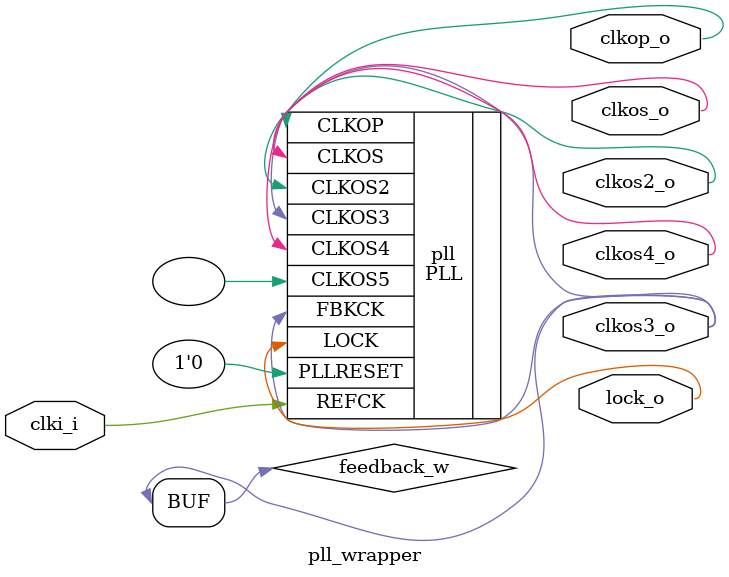
<source format=sv>
/*
 * This file is a part of: https://github.com/brilliantlabsAR/frame-codebase
 *
 * Authored by: Rohit Rathnam / Silicon Witchery AB (rohit@siliconwitchery.com)
 *              Raj Nakarja / Brilliant Labs Limited (raj@brilliant.xyz)
 *
 * CERN Open Hardware Licence Version 2 - Permissive
 *
 * Copyright © 2023 Brilliant Labs Limited
 */

module pll_wrapper (
    input logic clki_i,
    output logic clkop_o,
    output logic clkos_o,
    output logic clkos2_o,
    output logic clkos3_o,
    output logic clkos4_o,
    output logic lock_o
);

logic feedback_w;
assign feedback_w = clkos3_o;

PLL #(
    // Settings are generated by Radiant
    .BW_CTL_BIAS("0b1111"),
    .CLKMUX_FB("CMUX_CLKOS3"),
    .CLKOP_TRIM("0b0000"),
    .CLKOS_TRIM("0b0000"),
    .CLKOS2_TRIM("0b0000"),
    .CLKOS3_TRIM("0b0000"),
    .CLKOS4_TRIM("0b0000"),
    .CLKOS5_TRIM("0b0000"),
    .CRIPPLE("1P"),
    .CSET("8P"),
    .DELA("65"),
    .DELAY_CTRL("200PS"),
    .DELB("43"),
    .DELC("43"),
    .DELD("21"),
    .DELE("7"),
    .DELF("7"),
    .DIRECTION("DISABLED"),
    .DIV_DEL("0b0010101"),
    .DIVA("65"),
    .DIVB("43"),
    .DIVC("43"),
    .DIVD("21"),
    .DIVE("7"),
    .DIVF("7"),
    .DYN_SEL("0b000"),
    .DYN_SOURCE("STATIC"),
    .ENABLE_SYNC("DISABLED"),
    .ENCLK_CLKOP("ENABLED"),
    .ENCLK_CLKOS("ENABLED"),
    .ENCLK_CLKOS2("ENABLED"),
    .ENCLK_CLKOS3("ENABLED"),
    .ENCLK_CLKOS4("ENABLED"),
    .ENCLK_CLKOS5("DISABLED"),
    .EXTERNAL_DIVIDE_FACTOR("0"),
    .FAST_LOCK_EN("ENABLED"),
    .FBK_CUR_BLE("0b00000000"),
    .FBK_EDGE_SEL("POSITIVE"),
    .FBK_IF_TIMING_CTL("0b00"),
    .FBK_INTEGER_MODE("ENABLED"),
    .FBK_MASK("0b00000000"),
    .FBK_MMD_DIG("4"),
    .FBK_MMD_PULS_CTL("0b0001"),
    .FBK_MODE("0b00"),
    .FBK_PI_BYPASS("NOT_BYPASSED"),
    .FBK_PI_RC("0b1100"),
    .FBK_PR_CC("0b0000"),
    .FBK_PR_IC("0b1000"),
    .FLOAT_CP("DISABLED"),
    .FLOCK_CTRL("2X"),
    .FLOCK_EN("ENABLED"),
    .FLOCK_SRC_SEL("REFCLK"),
    .FORCE_FILTER("DISABLED"),
    .I_CTRL("10UA"),
    .IPI_CMP("0b1100"),
    .IPI_CMPN("0b0011"),
    .IPI_COMP_EN("DISABLED"),
    .IPP_CTRL("0b0110"),
    .IPP_SEL("0b1111"),
    .KP_VCO("0b00011"),
    .LDT_INT_LOCK_STICKY("DISABLED"),
    .LDT_LOCK("1536CYC"),
    .LDT_LOCK_SEL("SFREQ"),
    .LEGACY_ATT("DISABLED"),
    .LOAD_REG("DISABLED"),
    .OPENLOOP_EN("DISABLED"),
    .PHASE_SEL_DEL("0b000"),
    .PHASE_SEL_DEL_P1("0b000"),
    .PHIA("0"),
    .PHIB("0"),
    .PHIC("0"),
    .PHID("0"),
    .PHIE("0"),
    .PHIF("0"),
    .PLLPD_N("USED"),
    .PLLPDN_EN("DISABLED"),
    .PLLRESET_ENA("DISABLED"),
    .REF_INTEGER_MODE("ENABLED"),
    .REF_MASK("0b00000000"),
    .REF_MMD_DIG("1"),
    .REF_MMD_IN("0b00001000"),
    .REF_MMD_PULS_CTL("0b0000"),
    .REF_TIMING_CTL("0b00"),
    .REFIN_RESET("SET"),
    .RESET_LF("DISABLED"),
    .ROTATE("DISABLED"),
    .SEL_FBK("FBKCLK3"),
    .SEL_OUTA("DISABLED"),
    .SEL_OUTB("DISABLED"),
    .SEL_OUTC("DISABLED"),
    .SEL_OUTD("DISABLED"),
    .SEL_OUTE("DISABLED"),
    .SEL_OUTF("DISABLED"),
    .SLEEP("DISABLED"),
    .SSC_DITHER("DISABLED"),
    .SSC_EN_CENTER_IN("DOWN_TRIANGLE"),
    .SSC_EN_SDM("DISABLED"),
    .SSC_EN_SSC("DISABLED"),
    .SSC_F_CODE("0b000000000000000"),
    .SSC_N_CODE("0b000000000"),
    .SSC_ORDER("SDM_ORDER1"),
    .SSC_PI_BYPASS("NOT_BYPASSED"),
    .SSC_REG_WEIGHTING_SEL("0b000"),
    .SSC_SQUARE_MODE("DISABLED"),
    .SSC_STEP_IN("0b0000000"),
    .SSC_TBASE("0b000000000000"),
    .STDBY_ATT("DISABLED"),
    .TRIMOP_BYPASS_N("BYPASSED"),
    .TRIMOS_BYPASS_N("BYPASSED"),
    .TRIMOS2_BYPASS_N("BYPASSED"),
    .TRIMOS3_BYPASS_N("BYPASSED"),
    .TRIMOS4_BYPASS_N("BYPASSED"),
    .TRIMOS5_BYPASS_N("BYPASSED"),
    .V2I_1V_EN("ENABLED"),
    .V2I_KVCO_SEL("60"),
    .V2I_PP_ICTRL("0b11111"),
    .V2I_PP_RES("9K")
) pll (
    // Inputs
    .FBKCK(feedback_w),
    .PLLRESET(1'b0),
    .REFCK(clki_i),
    
    // Outputs
    .CLKOP(clkop_o),
    .CLKOS(clkos_o),
    .CLKOS2(clkos2_o),
    .CLKOS3(clkos3_o),
    .CLKOS4(clkos4_o),
    .CLKOS5(),
    .LOCK(lock_o)
);

endmodule

</source>
